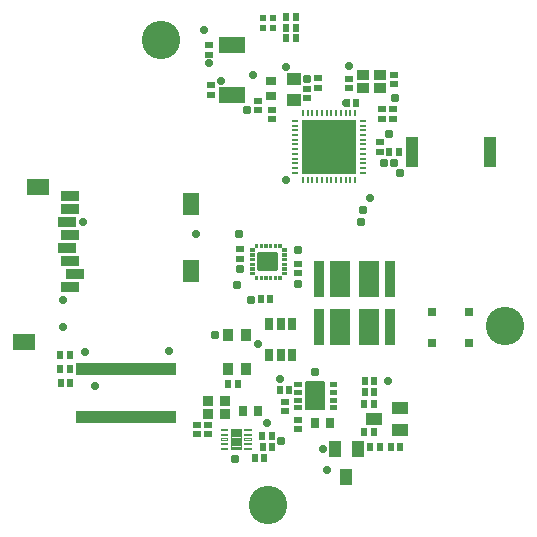
<source format=gts>
G75*
%MOIN*%
%OFA0B0*%
%FSLAX25Y25*%
%IPPOS*%
%LPD*%
%AMOC8*
5,1,8,0,0,1.08239X$1,22.5*
%
%ADD10C,0.12798*%
%ADD11R,0.06893X0.12011*%
%ADD12R,0.03350X0.12011*%
%ADD13R,0.02917X0.04098*%
%ADD14R,0.02956X0.02169*%
%ADD15R,0.03743X0.02956*%
%ADD16R,0.02169X0.02956*%
%ADD17R,0.02169X0.00987*%
%ADD18R,0.00987X0.02169*%
%ADD19R,0.18310X0.18310*%
%ADD20R,0.02956X0.03743*%
%ADD21R,0.03350X0.03350*%
%ADD22C,0.00494*%
%ADD23C,0.00374*%
%ADD24C,0.00650*%
%ADD25C,0.00138*%
%ADD26R,0.03743X0.04137*%
%ADD27R,0.04200X0.10200*%
%ADD28R,0.05712X0.04137*%
%ADD29R,0.04137X0.05712*%
%ADD30R,0.01972X0.01972*%
%ADD31R,0.03940X0.03546*%
%ADD32R,0.04531X0.04137*%
%ADD33R,0.02800X0.02700*%
%ADD34C,0.00197*%
%ADD35C,0.01253*%
%ADD36R,0.08861X0.05318*%
%ADD37R,0.06106X0.03350*%
%ADD38R,0.07680X0.05712*%
%ADD39R,0.05712X0.07287*%
%ADD40R,0.33271X0.04137*%
%ADD41C,0.03000*%
%ADD42C,0.03200*%
%ADD43C,0.02919*%
%ADD44C,0.03119*%
%ADD45C,0.02900*%
%ADD46C,0.03100*%
%ADD47C,0.02600*%
%ADD48C,0.02800*%
D10*
X0054300Y0163700D03*
X0169000Y0068400D03*
X0090000Y0008800D03*
D11*
X0123841Y0083974D03*
X0123841Y0068226D03*
X0113959Y0068226D03*
X0113959Y0083974D03*
D12*
X0130731Y0083974D03*
X0130731Y0068226D03*
X0107069Y0068226D03*
X0107069Y0083974D03*
D13*
X0098040Y0069018D03*
X0094300Y0069018D03*
X0090560Y0069018D03*
X0090560Y0058782D03*
X0094300Y0058782D03*
X0098040Y0058782D03*
D14*
X0127500Y0129775D03*
X0127500Y0126625D03*
X0128200Y0140675D03*
X0128200Y0137525D03*
X0131800Y0140675D03*
X0131800Y0137525D03*
X0132200Y0149125D03*
X0132200Y0152275D03*
X0117100Y0150875D03*
X0117100Y0147725D03*
X0102900Y0147575D03*
X0102900Y0144425D03*
X0091500Y0140475D03*
X0091500Y0137325D03*
X0086722Y0140437D03*
X0086722Y0143587D03*
X0099900Y0034125D03*
X0099900Y0037275D03*
X0080700Y0090825D03*
X0080700Y0093975D03*
X0100000Y0089175D03*
X0100000Y0086025D03*
X0095800Y0040125D03*
X0095800Y0043275D03*
X0070000Y0035575D03*
X0070000Y0032425D03*
X0066300Y0035475D03*
X0066300Y0032325D03*
X0106600Y0151075D03*
X0106600Y0147925D03*
X0070400Y0158925D03*
X0070400Y0162075D03*
X0070900Y0148675D03*
X0070900Y0145525D03*
D15*
X0091200Y0150159D03*
X0091200Y0145041D03*
D16*
X0116325Y0142900D03*
X0119475Y0142900D03*
X0088775Y0024400D03*
X0085625Y0024400D03*
X0094025Y0047300D03*
X0097175Y0047300D03*
X0079975Y0049300D03*
X0076825Y0049300D03*
X0125467Y0050115D03*
X0122318Y0050115D03*
X0087625Y0077400D03*
X0090775Y0077400D03*
X0125475Y0046500D03*
X0122325Y0046500D03*
X0130925Y0028200D03*
X0134075Y0028200D03*
X0124225Y0028200D03*
X0127375Y0028200D03*
X0125375Y0033200D03*
X0122225Y0033200D03*
X0125375Y0042600D03*
X0122225Y0042600D03*
X0091475Y0028200D03*
X0088325Y0028200D03*
X0091375Y0031900D03*
X0088225Y0031900D03*
X0099275Y0171400D03*
X0096125Y0171400D03*
X0099275Y0164500D03*
X0096125Y0164500D03*
X0099275Y0167900D03*
X0096125Y0167900D03*
X0130525Y0126600D03*
X0133675Y0126600D03*
X0020825Y0054100D03*
X0023975Y0054100D03*
X0023975Y0058800D03*
X0020825Y0058800D03*
X0024075Y0049500D03*
X0020925Y0049500D03*
D17*
X0099180Y0136861D03*
X0099180Y0135287D03*
X0099180Y0133712D03*
X0099180Y0132137D03*
X0099180Y0130562D03*
X0099180Y0128987D03*
X0099180Y0127413D03*
X0099180Y0125838D03*
X0099180Y0124263D03*
X0099180Y0122688D03*
X0099180Y0121113D03*
X0099180Y0119539D03*
X0121620Y0119539D03*
X0121620Y0121113D03*
X0121620Y0122688D03*
X0121620Y0124263D03*
X0121620Y0125838D03*
X0121620Y0127413D03*
X0121620Y0128987D03*
X0121620Y0130562D03*
X0121620Y0132137D03*
X0121620Y0133712D03*
X0121620Y0135287D03*
X0121620Y0136861D03*
D18*
X0101739Y0116980D03*
X0103313Y0116980D03*
X0104888Y0116980D03*
X0106463Y0116980D03*
X0108038Y0116980D03*
X0109613Y0116980D03*
X0111187Y0116980D03*
X0112762Y0116980D03*
X0114337Y0116980D03*
X0115912Y0116980D03*
X0117487Y0116980D03*
X0119061Y0116980D03*
X0119061Y0139420D03*
X0117487Y0139420D03*
X0115912Y0139420D03*
X0114337Y0139420D03*
X0112762Y0139420D03*
X0111187Y0139420D03*
X0109613Y0139420D03*
X0108038Y0139420D03*
X0106463Y0139420D03*
X0104888Y0139420D03*
X0103313Y0139420D03*
X0101739Y0139420D03*
D19*
X0110400Y0128200D03*
D20*
X0081641Y0040100D03*
X0086759Y0040100D03*
X0105741Y0036100D03*
X0110859Y0036100D03*
D21*
X0069947Y0039100D03*
X0075853Y0039100D03*
X0069947Y0043500D03*
X0075853Y0043500D03*
D22*
X0076397Y0033704D02*
X0074329Y0033704D01*
X0074329Y0034196D01*
X0076397Y0034196D01*
X0076397Y0033704D01*
X0076397Y0032129D02*
X0074329Y0032129D01*
X0074329Y0032621D01*
X0076397Y0032621D01*
X0076397Y0032129D01*
X0076397Y0030554D02*
X0074329Y0030554D01*
X0074329Y0031046D01*
X0076397Y0031046D01*
X0076397Y0030554D01*
X0076397Y0028979D02*
X0074329Y0028979D01*
X0074329Y0029471D01*
X0076397Y0029471D01*
X0076397Y0028979D01*
X0076397Y0027404D02*
X0074329Y0027404D01*
X0074329Y0027896D01*
X0076397Y0027896D01*
X0076397Y0027404D01*
X0084271Y0027404D02*
X0082203Y0027404D01*
X0082203Y0027896D01*
X0084271Y0027896D01*
X0084271Y0027404D01*
X0084271Y0028979D02*
X0082203Y0028979D01*
X0082203Y0029471D01*
X0084271Y0029471D01*
X0084271Y0028979D01*
X0084271Y0030554D02*
X0082203Y0030554D01*
X0082203Y0031046D01*
X0084271Y0031046D01*
X0084271Y0030554D01*
X0084271Y0032129D02*
X0082203Y0032129D01*
X0082203Y0032621D01*
X0084271Y0032621D01*
X0084271Y0032129D01*
X0084271Y0033704D02*
X0082203Y0033704D01*
X0082203Y0034196D01*
X0084271Y0034196D01*
X0084271Y0033704D01*
D23*
X0080984Y0034059D02*
X0080984Y0027541D01*
X0077616Y0027541D01*
X0077616Y0034059D01*
X0080984Y0034059D01*
X0080984Y0027914D02*
X0077616Y0027914D01*
X0077616Y0028287D02*
X0080984Y0028287D01*
X0080984Y0028660D02*
X0077616Y0028660D01*
X0077616Y0029033D02*
X0080984Y0029033D01*
X0080984Y0029406D02*
X0077616Y0029406D01*
X0077616Y0029779D02*
X0080984Y0029779D01*
X0080984Y0030152D02*
X0077616Y0030152D01*
X0077616Y0030525D02*
X0080984Y0030525D01*
X0080984Y0030898D02*
X0077616Y0030898D01*
X0077616Y0031271D02*
X0080984Y0031271D01*
X0080984Y0031644D02*
X0077616Y0031644D01*
X0077616Y0032017D02*
X0080984Y0032017D01*
X0080984Y0032390D02*
X0077616Y0032390D01*
X0077616Y0032763D02*
X0080984Y0032763D01*
X0080984Y0033136D02*
X0077616Y0033136D01*
X0077616Y0033509D02*
X0080984Y0033509D01*
X0080984Y0033882D02*
X0077616Y0033882D01*
D24*
X0102876Y0049699D02*
X0108724Y0049699D01*
X0108724Y0040701D01*
X0102876Y0040701D01*
X0102876Y0049699D01*
X0102876Y0041350D02*
X0108724Y0041350D01*
X0108724Y0041999D02*
X0102876Y0041999D01*
X0102876Y0042648D02*
X0108724Y0042648D01*
X0108724Y0043297D02*
X0102876Y0043297D01*
X0102876Y0043946D02*
X0108724Y0043946D01*
X0108724Y0044595D02*
X0102876Y0044595D01*
X0102876Y0045244D02*
X0108724Y0045244D01*
X0108724Y0045893D02*
X0102876Y0045893D01*
X0102876Y0046542D02*
X0108724Y0046542D01*
X0108724Y0047191D02*
X0102876Y0047191D01*
X0102876Y0047840D02*
X0108724Y0047840D01*
X0108724Y0048489D02*
X0102876Y0048489D01*
X0102876Y0049138D02*
X0108724Y0049138D01*
D25*
X0110691Y0041982D02*
X0112721Y0041982D01*
X0112721Y0040740D01*
X0110691Y0040740D01*
X0110691Y0041982D01*
X0110691Y0040877D02*
X0112721Y0040877D01*
X0112721Y0041014D02*
X0110691Y0041014D01*
X0110691Y0041151D02*
X0112721Y0041151D01*
X0112721Y0041288D02*
X0110691Y0041288D01*
X0110691Y0041425D02*
X0112721Y0041425D01*
X0112721Y0041562D02*
X0110691Y0041562D01*
X0110691Y0041699D02*
X0112721Y0041699D01*
X0112721Y0041836D02*
X0110691Y0041836D01*
X0110691Y0041973D02*
X0112721Y0041973D01*
X0110691Y0044541D02*
X0112721Y0044541D01*
X0112721Y0043299D01*
X0110691Y0043299D01*
X0110691Y0044541D01*
X0110691Y0043436D02*
X0112721Y0043436D01*
X0112721Y0043573D02*
X0110691Y0043573D01*
X0110691Y0043710D02*
X0112721Y0043710D01*
X0112721Y0043847D02*
X0110691Y0043847D01*
X0110691Y0043984D02*
X0112721Y0043984D01*
X0112721Y0044121D02*
X0110691Y0044121D01*
X0110691Y0044258D02*
X0112721Y0044258D01*
X0112721Y0044395D02*
X0110691Y0044395D01*
X0110691Y0044532D02*
X0112721Y0044532D01*
X0110691Y0047101D02*
X0112721Y0047101D01*
X0112721Y0045859D01*
X0110691Y0045859D01*
X0110691Y0047101D01*
X0110691Y0045996D02*
X0112721Y0045996D01*
X0112721Y0046133D02*
X0110691Y0046133D01*
X0110691Y0046270D02*
X0112721Y0046270D01*
X0112721Y0046407D02*
X0110691Y0046407D01*
X0110691Y0046544D02*
X0112721Y0046544D01*
X0112721Y0046681D02*
X0110691Y0046681D01*
X0110691Y0046818D02*
X0112721Y0046818D01*
X0112721Y0046955D02*
X0110691Y0046955D01*
X0110691Y0047092D02*
X0112721Y0047092D01*
X0110691Y0049660D02*
X0112721Y0049660D01*
X0112721Y0048418D01*
X0110691Y0048418D01*
X0110691Y0049660D01*
X0110691Y0048555D02*
X0112721Y0048555D01*
X0112721Y0048692D02*
X0110691Y0048692D01*
X0110691Y0048829D02*
X0112721Y0048829D01*
X0112721Y0048966D02*
X0110691Y0048966D01*
X0110691Y0049103D02*
X0112721Y0049103D01*
X0112721Y0049240D02*
X0110691Y0049240D01*
X0110691Y0049377D02*
X0112721Y0049377D01*
X0112721Y0049514D02*
X0110691Y0049514D01*
X0110691Y0049651D02*
X0112721Y0049651D01*
X0098879Y0049660D02*
X0100909Y0049660D01*
X0100909Y0048418D01*
X0098879Y0048418D01*
X0098879Y0049660D01*
X0098879Y0048555D02*
X0100909Y0048555D01*
X0100909Y0048692D02*
X0098879Y0048692D01*
X0098879Y0048829D02*
X0100909Y0048829D01*
X0100909Y0048966D02*
X0098879Y0048966D01*
X0098879Y0049103D02*
X0100909Y0049103D01*
X0100909Y0049240D02*
X0098879Y0049240D01*
X0098879Y0049377D02*
X0100909Y0049377D01*
X0100909Y0049514D02*
X0098879Y0049514D01*
X0098879Y0049651D02*
X0100909Y0049651D01*
X0098879Y0047101D02*
X0100909Y0047101D01*
X0100909Y0045859D01*
X0098879Y0045859D01*
X0098879Y0047101D01*
X0098879Y0045996D02*
X0100909Y0045996D01*
X0100909Y0046133D02*
X0098879Y0046133D01*
X0098879Y0046270D02*
X0100909Y0046270D01*
X0100909Y0046407D02*
X0098879Y0046407D01*
X0098879Y0046544D02*
X0100909Y0046544D01*
X0100909Y0046681D02*
X0098879Y0046681D01*
X0098879Y0046818D02*
X0100909Y0046818D01*
X0100909Y0046955D02*
X0098879Y0046955D01*
X0098879Y0047092D02*
X0100909Y0047092D01*
X0098879Y0044541D02*
X0100909Y0044541D01*
X0100909Y0043299D01*
X0098879Y0043299D01*
X0098879Y0044541D01*
X0098879Y0043436D02*
X0100909Y0043436D01*
X0100909Y0043573D02*
X0098879Y0043573D01*
X0098879Y0043710D02*
X0100909Y0043710D01*
X0100909Y0043847D02*
X0098879Y0043847D01*
X0098879Y0043984D02*
X0100909Y0043984D01*
X0100909Y0044121D02*
X0098879Y0044121D01*
X0098879Y0044258D02*
X0100909Y0044258D01*
X0100909Y0044395D02*
X0098879Y0044395D01*
X0098879Y0044532D02*
X0100909Y0044532D01*
X0098879Y0041982D02*
X0100909Y0041982D01*
X0100909Y0040740D01*
X0098879Y0040740D01*
X0098879Y0041982D01*
X0098879Y0040877D02*
X0100909Y0040877D01*
X0100909Y0041014D02*
X0098879Y0041014D01*
X0098879Y0041151D02*
X0100909Y0041151D01*
X0100909Y0041288D02*
X0098879Y0041288D01*
X0098879Y0041425D02*
X0100909Y0041425D01*
X0100909Y0041562D02*
X0098879Y0041562D01*
X0098879Y0041699D02*
X0100909Y0041699D01*
X0100909Y0041836D02*
X0098879Y0041836D01*
X0098879Y0041973D02*
X0100909Y0041973D01*
D26*
X0082653Y0065609D03*
X0076747Y0065609D03*
X0076747Y0054191D03*
X0082653Y0054191D03*
D27*
X0138000Y0126600D03*
X0164000Y0126600D03*
D28*
X0125360Y0037484D03*
X0134022Y0041224D03*
X0134022Y0033744D03*
D29*
X0116220Y0018052D03*
X0112480Y0027501D03*
X0119960Y0027501D03*
D30*
X0088327Y0171173D03*
X0091673Y0171173D03*
X0091673Y0167827D03*
X0088327Y0167827D03*
D31*
X0121646Y0147736D03*
X0127354Y0147736D03*
X0127354Y0152264D03*
X0121646Y0152264D03*
D32*
X0098700Y0143954D03*
X0098700Y0150646D03*
D33*
X0144800Y0073040D03*
X0157000Y0073040D03*
X0144800Y0062960D03*
X0157000Y0062960D03*
D34*
X0085277Y0094332D02*
X0085277Y0093542D01*
X0084093Y0093542D01*
X0084093Y0094332D01*
X0085277Y0094332D01*
X0085277Y0093738D02*
X0084093Y0093738D01*
X0084093Y0093934D02*
X0085277Y0093934D01*
X0085277Y0094130D02*
X0084093Y0094130D01*
X0084093Y0094326D02*
X0085277Y0094326D01*
X0085277Y0092757D02*
X0085277Y0091967D01*
X0084093Y0091967D01*
X0084093Y0092757D01*
X0085277Y0092757D01*
X0085277Y0092163D02*
X0084093Y0092163D01*
X0084093Y0092359D02*
X0085277Y0092359D01*
X0085277Y0092555D02*
X0084093Y0092555D01*
X0084093Y0092751D02*
X0085277Y0092751D01*
X0085277Y0091182D02*
X0085277Y0090392D01*
X0084093Y0090392D01*
X0084093Y0091182D01*
X0085277Y0091182D01*
X0085277Y0090588D02*
X0084093Y0090588D01*
X0084093Y0090784D02*
X0085277Y0090784D01*
X0085277Y0090980D02*
X0084093Y0090980D01*
X0084093Y0091176D02*
X0085277Y0091176D01*
X0085277Y0089608D02*
X0085277Y0088818D01*
X0084093Y0088818D01*
X0084093Y0089608D01*
X0085277Y0089608D01*
X0085277Y0089014D02*
X0084093Y0089014D01*
X0084093Y0089210D02*
X0085277Y0089210D01*
X0085277Y0089406D02*
X0084093Y0089406D01*
X0084093Y0089602D02*
X0085277Y0089602D01*
X0085277Y0088033D02*
X0085277Y0087243D01*
X0084093Y0087243D01*
X0084093Y0088033D01*
X0085277Y0088033D01*
X0085277Y0087439D02*
X0084093Y0087439D01*
X0084093Y0087635D02*
X0085277Y0087635D01*
X0085277Y0087831D02*
X0084093Y0087831D01*
X0084093Y0088027D02*
X0085277Y0088027D01*
X0085277Y0086458D02*
X0085277Y0085668D01*
X0084093Y0085668D01*
X0084093Y0086458D01*
X0085277Y0086458D01*
X0085277Y0085864D02*
X0084093Y0085864D01*
X0084093Y0086060D02*
X0085277Y0086060D01*
X0085277Y0086256D02*
X0084093Y0086256D01*
X0084093Y0086452D02*
X0085277Y0086452D01*
X0086458Y0084093D02*
X0085668Y0084093D01*
X0085668Y0085277D01*
X0086458Y0085277D01*
X0086458Y0084093D01*
X0086458Y0084289D02*
X0085668Y0084289D01*
X0085668Y0084485D02*
X0086458Y0084485D01*
X0086458Y0084681D02*
X0085668Y0084681D01*
X0085668Y0084877D02*
X0086458Y0084877D01*
X0086458Y0085073D02*
X0085668Y0085073D01*
X0085668Y0085269D02*
X0086458Y0085269D01*
X0088033Y0084093D02*
X0087243Y0084093D01*
X0087243Y0085277D01*
X0088033Y0085277D01*
X0088033Y0084093D01*
X0088033Y0084289D02*
X0087243Y0084289D01*
X0087243Y0084485D02*
X0088033Y0084485D01*
X0088033Y0084681D02*
X0087243Y0084681D01*
X0087243Y0084877D02*
X0088033Y0084877D01*
X0088033Y0085073D02*
X0087243Y0085073D01*
X0087243Y0085269D02*
X0088033Y0085269D01*
X0089608Y0084093D02*
X0088818Y0084093D01*
X0088818Y0085277D01*
X0089608Y0085277D01*
X0089608Y0084093D01*
X0089608Y0084289D02*
X0088818Y0084289D01*
X0088818Y0084485D02*
X0089608Y0084485D01*
X0089608Y0084681D02*
X0088818Y0084681D01*
X0088818Y0084877D02*
X0089608Y0084877D01*
X0089608Y0085073D02*
X0088818Y0085073D01*
X0088818Y0085269D02*
X0089608Y0085269D01*
X0091182Y0084093D02*
X0090392Y0084093D01*
X0090392Y0085277D01*
X0091182Y0085277D01*
X0091182Y0084093D01*
X0091182Y0084289D02*
X0090392Y0084289D01*
X0090392Y0084485D02*
X0091182Y0084485D01*
X0091182Y0084681D02*
X0090392Y0084681D01*
X0090392Y0084877D02*
X0091182Y0084877D01*
X0091182Y0085073D02*
X0090392Y0085073D01*
X0090392Y0085269D02*
X0091182Y0085269D01*
X0092757Y0084093D02*
X0091967Y0084093D01*
X0091967Y0085277D01*
X0092757Y0085277D01*
X0092757Y0084093D01*
X0092757Y0084289D02*
X0091967Y0084289D01*
X0091967Y0084485D02*
X0092757Y0084485D01*
X0092757Y0084681D02*
X0091967Y0084681D01*
X0091967Y0084877D02*
X0092757Y0084877D01*
X0092757Y0085073D02*
X0091967Y0085073D01*
X0091967Y0085269D02*
X0092757Y0085269D01*
X0094332Y0084093D02*
X0093542Y0084093D01*
X0093542Y0085277D01*
X0094332Y0085277D01*
X0094332Y0084093D01*
X0094332Y0084289D02*
X0093542Y0084289D01*
X0093542Y0084485D02*
X0094332Y0084485D01*
X0094332Y0084681D02*
X0093542Y0084681D01*
X0093542Y0084877D02*
X0094332Y0084877D01*
X0094332Y0085073D02*
X0093542Y0085073D01*
X0093542Y0085269D02*
X0094332Y0085269D01*
X0095907Y0086458D02*
X0095907Y0085668D01*
X0094723Y0085668D01*
X0094723Y0086458D01*
X0095907Y0086458D01*
X0095907Y0085864D02*
X0094723Y0085864D01*
X0094723Y0086060D02*
X0095907Y0086060D01*
X0095907Y0086256D02*
X0094723Y0086256D01*
X0094723Y0086452D02*
X0095907Y0086452D01*
X0095907Y0088033D02*
X0095907Y0087243D01*
X0094723Y0087243D01*
X0094723Y0088033D01*
X0095907Y0088033D01*
X0095907Y0087439D02*
X0094723Y0087439D01*
X0094723Y0087635D02*
X0095907Y0087635D01*
X0095907Y0087831D02*
X0094723Y0087831D01*
X0094723Y0088027D02*
X0095907Y0088027D01*
X0095907Y0089608D02*
X0095907Y0088818D01*
X0094723Y0088818D01*
X0094723Y0089608D01*
X0095907Y0089608D01*
X0095907Y0089014D02*
X0094723Y0089014D01*
X0094723Y0089210D02*
X0095907Y0089210D01*
X0095907Y0089406D02*
X0094723Y0089406D01*
X0094723Y0089602D02*
X0095907Y0089602D01*
X0095907Y0091182D02*
X0095907Y0090392D01*
X0094723Y0090392D01*
X0094723Y0091182D01*
X0095907Y0091182D01*
X0095907Y0090588D02*
X0094723Y0090588D01*
X0094723Y0090784D02*
X0095907Y0090784D01*
X0095907Y0090980D02*
X0094723Y0090980D01*
X0094723Y0091176D02*
X0095907Y0091176D01*
X0095907Y0092757D02*
X0095907Y0091967D01*
X0094723Y0091967D01*
X0094723Y0092757D01*
X0095907Y0092757D01*
X0095907Y0092163D02*
X0094723Y0092163D01*
X0094723Y0092359D02*
X0095907Y0092359D01*
X0095907Y0092555D02*
X0094723Y0092555D01*
X0094723Y0092751D02*
X0095907Y0092751D01*
X0095907Y0094332D02*
X0095907Y0093542D01*
X0094723Y0093542D01*
X0094723Y0094332D01*
X0095907Y0094332D01*
X0095907Y0093738D02*
X0094723Y0093738D01*
X0094723Y0093934D02*
X0095907Y0093934D01*
X0095907Y0094130D02*
X0094723Y0094130D01*
X0094723Y0094326D02*
X0095907Y0094326D01*
X0093542Y0095907D02*
X0094332Y0095907D01*
X0094332Y0094723D01*
X0093542Y0094723D01*
X0093542Y0095907D01*
X0093542Y0094919D02*
X0094332Y0094919D01*
X0094332Y0095115D02*
X0093542Y0095115D01*
X0093542Y0095311D02*
X0094332Y0095311D01*
X0094332Y0095507D02*
X0093542Y0095507D01*
X0093542Y0095703D02*
X0094332Y0095703D01*
X0094332Y0095899D02*
X0093542Y0095899D01*
X0092757Y0094723D02*
X0091967Y0094723D01*
X0091967Y0095907D01*
X0092757Y0095907D01*
X0092757Y0094723D01*
X0092757Y0094919D02*
X0091967Y0094919D01*
X0091967Y0095115D02*
X0092757Y0095115D01*
X0092757Y0095311D02*
X0091967Y0095311D01*
X0091967Y0095507D02*
X0092757Y0095507D01*
X0092757Y0095703D02*
X0091967Y0095703D01*
X0091967Y0095899D02*
X0092757Y0095899D01*
X0091182Y0094723D02*
X0090392Y0094723D01*
X0090392Y0095907D01*
X0091182Y0095907D01*
X0091182Y0094723D01*
X0091182Y0094919D02*
X0090392Y0094919D01*
X0090392Y0095115D02*
X0091182Y0095115D01*
X0091182Y0095311D02*
X0090392Y0095311D01*
X0090392Y0095507D02*
X0091182Y0095507D01*
X0091182Y0095703D02*
X0090392Y0095703D01*
X0090392Y0095899D02*
X0091182Y0095899D01*
X0089608Y0094723D02*
X0088818Y0094723D01*
X0088818Y0095907D01*
X0089608Y0095907D01*
X0089608Y0094723D01*
X0089608Y0094919D02*
X0088818Y0094919D01*
X0088818Y0095115D02*
X0089608Y0095115D01*
X0089608Y0095311D02*
X0088818Y0095311D01*
X0088818Y0095507D02*
X0089608Y0095507D01*
X0089608Y0095703D02*
X0088818Y0095703D01*
X0088818Y0095899D02*
X0089608Y0095899D01*
X0088033Y0094723D02*
X0087243Y0094723D01*
X0087243Y0095907D01*
X0088033Y0095907D01*
X0088033Y0094723D01*
X0088033Y0094919D02*
X0087243Y0094919D01*
X0087243Y0095115D02*
X0088033Y0095115D01*
X0088033Y0095311D02*
X0087243Y0095311D01*
X0087243Y0095507D02*
X0088033Y0095507D01*
X0088033Y0095703D02*
X0087243Y0095703D01*
X0087243Y0095899D02*
X0088033Y0095899D01*
X0086458Y0094723D02*
X0085668Y0094723D01*
X0085668Y0095907D01*
X0086458Y0095907D01*
X0086458Y0094723D01*
X0086458Y0094919D02*
X0085668Y0094919D01*
X0085668Y0095115D02*
X0086458Y0095115D01*
X0086458Y0095311D02*
X0085668Y0095311D01*
X0085668Y0095507D02*
X0086458Y0095507D01*
X0086458Y0095703D02*
X0085668Y0095703D01*
X0085668Y0095899D02*
X0086458Y0095899D01*
D35*
X0092820Y0092505D02*
X0092820Y0087495D01*
X0087180Y0087495D01*
X0087180Y0092505D01*
X0092820Y0092505D01*
X0092820Y0088747D02*
X0087180Y0088747D01*
X0087180Y0089999D02*
X0092820Y0089999D01*
X0092820Y0091251D02*
X0087180Y0091251D01*
X0087180Y0092503D02*
X0092820Y0092503D01*
D36*
X0077900Y0162068D03*
X0077900Y0145532D03*
D37*
X0023993Y0111654D03*
X0023993Y0107323D03*
X0023206Y0102992D03*
X0023993Y0098661D03*
X0023206Y0094331D03*
X0023993Y0090000D03*
X0025568Y0085669D03*
X0023993Y0081339D03*
D38*
X0013363Y0114803D03*
X0008835Y0063031D03*
D39*
X0064544Y0109291D03*
X0064544Y0086850D03*
D40*
X0042800Y0038088D03*
X0042839Y0054112D03*
D41*
X0112400Y0130200D03*
X0108400Y0126200D03*
X0112400Y0126200D03*
D42*
X0112400Y0130200D03*
X0108400Y0126200D03*
X0112400Y0126200D03*
D43*
X0108400Y0130300D03*
D44*
X0108400Y0130300D03*
D45*
X0105800Y0053000D03*
X0079200Y0024100D03*
X0094500Y0030000D03*
X0084500Y0077300D03*
X0080700Y0087500D03*
X0100000Y0093900D03*
X0103000Y0150800D03*
X0130500Y0132400D03*
X0131900Y0122800D03*
X0133900Y0119500D03*
X0128700Y0122900D03*
X0072300Y0065600D03*
X0083000Y0140500D03*
X0132400Y0144500D03*
X0121600Y0107200D03*
X0121000Y0103100D03*
X0080300Y0099000D03*
X0079800Y0082300D03*
X0100000Y0082600D03*
D46*
X0105800Y0053000D03*
X0079200Y0024100D03*
X0094500Y0030000D03*
X0084500Y0077300D03*
X0080700Y0087500D03*
X0100000Y0093900D03*
X0103000Y0150800D03*
X0130500Y0132400D03*
X0131900Y0122800D03*
X0133900Y0119500D03*
X0128700Y0122900D03*
X0072300Y0065600D03*
X0083000Y0140500D03*
X0132400Y0144500D03*
X0121600Y0107200D03*
X0121000Y0103100D03*
X0080300Y0099000D03*
X0079800Y0082300D03*
X0100000Y0082600D03*
D47*
X0115900Y0142900D03*
X0117100Y0155100D03*
X0086800Y0062400D03*
X0094000Y0050700D03*
X0074500Y0150200D03*
X0108500Y0027500D03*
X0129900Y0050000D03*
X0070400Y0156000D03*
X0084900Y0152000D03*
X0028300Y0103000D03*
X0032300Y0048600D03*
X0029200Y0059700D03*
X0095900Y0154700D03*
X0057200Y0060000D03*
X0068700Y0167100D03*
X0123900Y0111000D03*
X0109600Y0020600D03*
X0089600Y0036100D03*
X0066100Y0099100D03*
X0095900Y0117300D03*
X0021700Y0077000D03*
X0021800Y0068100D03*
D48*
X0115900Y0142900D03*
X0117100Y0155100D03*
X0086800Y0062400D03*
X0094000Y0050700D03*
X0074500Y0150200D03*
X0108500Y0027500D03*
X0129900Y0050000D03*
X0070400Y0156000D03*
X0084900Y0152000D03*
X0028300Y0103000D03*
X0032300Y0048600D03*
X0029200Y0059700D03*
X0095900Y0154700D03*
X0057200Y0060000D03*
X0068700Y0167100D03*
X0123900Y0111000D03*
X0109600Y0020600D03*
X0089600Y0036100D03*
X0066100Y0099100D03*
X0095900Y0117300D03*
X0021700Y0077000D03*
X0021800Y0068100D03*
M02*

</source>
